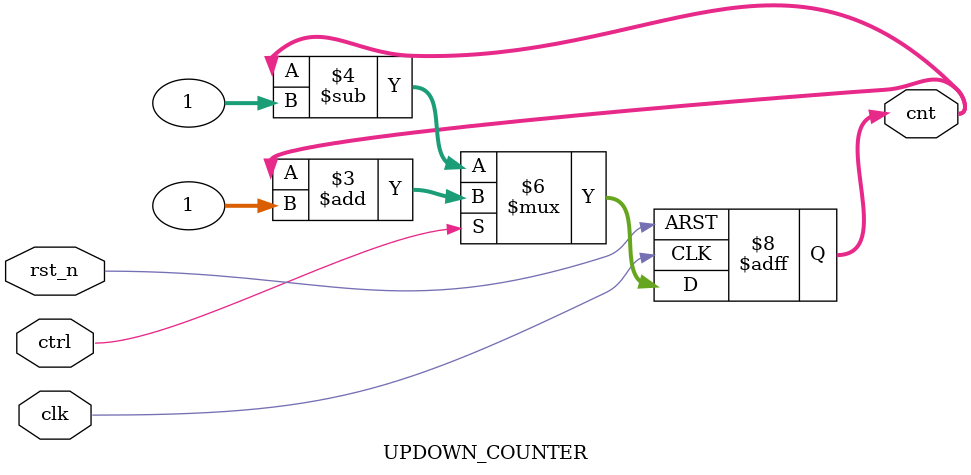
<source format=v>
/* Up-down counter */
module UPDOWN_COUNTER #(parameter WIDTH=32)(
    // Input signals
    clk,
    rst_n,
    ctrl,
    // Output signals
    cnt
);

input clk;
input rst_n;
input ctrl;

output reg [WIDTH-1:0] cnt;

always @ (posedge clk or negedge rst_n) begin
    if(!rst_n)
        cnt <= 0;
    else if(ctrl)
        cnt <= cnt + 1;
    else
        cnt <= cnt - 1;
end

endmodule
</source>
